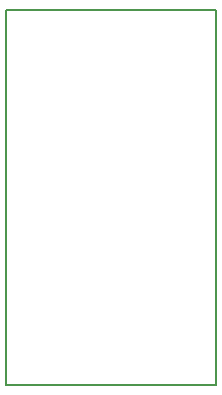
<source format=gbr>
G04 #@! TF.GenerationSoftware,KiCad,Pcbnew,5.0.0-fee4fd1~65~ubuntu16.04.1*
G04 #@! TF.CreationDate,2018-08-02T14:10:23+02:00*
G04 #@! TF.ProjectId,beetrax-pcb2,626565747261782D706362322E6B6963,rev?*
G04 #@! TF.SameCoordinates,Original*
G04 #@! TF.FileFunction,Profile,NP*
%FSLAX46Y46*%
G04 Gerber Fmt 4.6, Leading zero omitted, Abs format (unit mm)*
G04 Created by KiCad (PCBNEW 5.0.0-fee4fd1~65~ubuntu16.04.1) date Thu Aug  2 14:10:23 2018*
%MOMM*%
%LPD*%
G01*
G04 APERTURE LIST*
%ADD10C,0.150000*%
G04 APERTURE END LIST*
D10*
X136000000Y-113620000D02*
X136000000Y-145370000D01*
X153780000Y-145370000D02*
X136000000Y-145370000D01*
X153780000Y-113620000D02*
X153780000Y-145370000D01*
X136000000Y-113620000D02*
X153780000Y-113620000D01*
M02*

</source>
